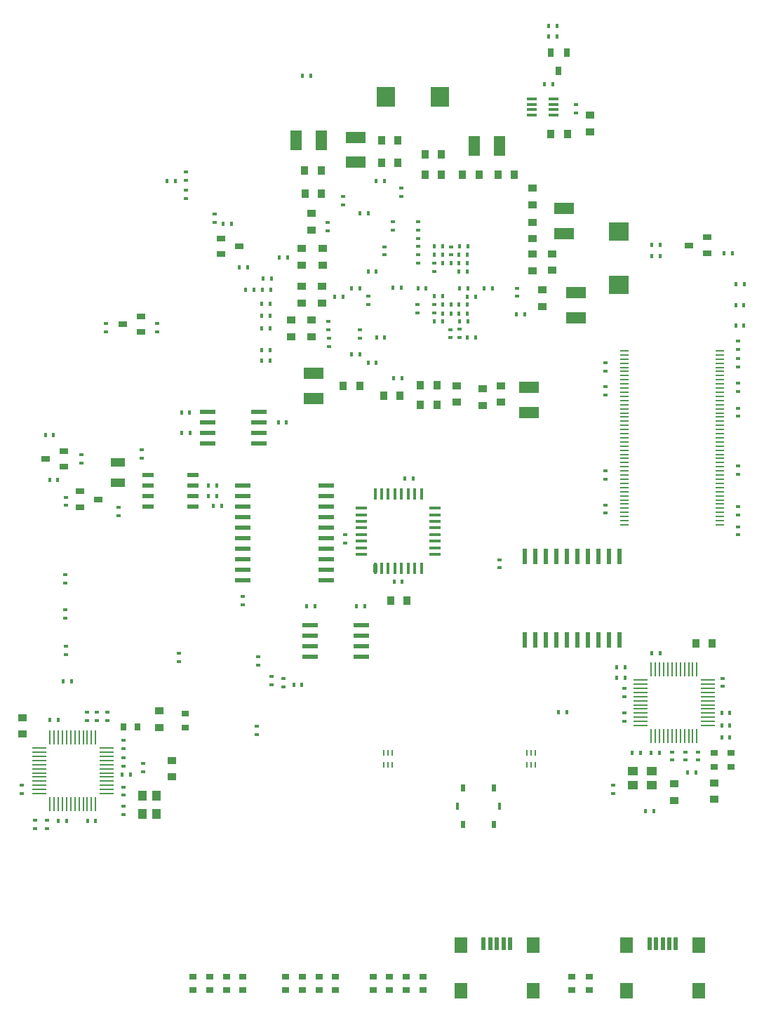
<source format=gtp>
G04 Layer_Color=8421504*
%FSLAX44Y44*%
%MOMM*%
G71*
G01*
G75*
%ADD97R,0.8400X0.6400*%
%ADD98R,1.0400X0.6400*%
%ADD99R,0.6400X1.0400*%
%ADD100R,0.5604X1.9320*%
%ADD101R,1.9320X0.5604*%
%ADD102R,0.3700X0.5200*%
%ADD103R,0.5200X0.3700*%
%ADD104R,0.9000X1.1000*%
%ADD105R,1.1000X0.9000*%
%ADD106R,2.4000X1.4000*%
%ADD107R,1.4000X2.4000*%
%ADD108R,2.1600X2.3600*%
%ADD109R,2.3600X2.1600*%
%ADD110R,1.2970X1.0938*%
%ADD111R,1.0938X1.2970*%
%ADD112R,1.4500X0.5000*%
%ADD113O,1.1000X0.2000*%
%ADD114R,0.2000X0.7500*%
%ADD115R,1.5000X1.9000*%
%ADD116R,0.5000X1.5000*%
%ADD117R,0.8400X0.7400*%
%ADD118R,0.7400X0.8400*%
%ADD119R,0.2200X1.7200*%
%ADD120R,1.7200X0.2200*%
%ADD121R,1.8050X1.0176*%
%ADD122O,0.4300X1.4300*%
%ADD123R,0.4300X1.4300*%
%ADD124R,1.4300X0.4300*%
%ADD125R,1.1446X0.3064*%
%ADD126R,0.3500X0.9160*%
%ADD127R,0.5096X0.9160*%
D97*
X560500Y-152000D02*
D03*
Y-168000D02*
D03*
X540500D02*
D03*
Y-152000D02*
D03*
X520500Y-168000D02*
D03*
Y-152000D02*
D03*
X500500D02*
D03*
Y-168000D02*
D03*
X283500Y-152000D02*
D03*
Y-168000D02*
D03*
X303500D02*
D03*
Y-152000D02*
D03*
X343500D02*
D03*
Y-168000D02*
D03*
X323500D02*
D03*
Y-152000D02*
D03*
X395142Y-152000D02*
D03*
Y-168000D02*
D03*
X415142D02*
D03*
Y-152000D02*
D03*
X435142Y-168000D02*
D03*
Y-152000D02*
D03*
X455142D02*
D03*
Y-168000D02*
D03*
X761322Y-168000D02*
D03*
Y-152000D02*
D03*
X740000D02*
D03*
Y-168000D02*
D03*
D98*
X146398Y433606D02*
D03*
Y414606D02*
D03*
X168398Y424106D02*
D03*
X882064Y730504D02*
D03*
X904064Y740004D02*
D03*
Y721004D02*
D03*
X317168Y738734D02*
D03*
Y719734D02*
D03*
X339168Y729234D02*
D03*
X105078Y472694D02*
D03*
X127078Y482194D02*
D03*
Y463194D02*
D03*
X220804Y626008D02*
D03*
Y645008D02*
D03*
X198804Y635508D02*
D03*
D99*
X724520Y941388D02*
D03*
X715020Y963388D02*
D03*
X734020D02*
D03*
D100*
X798068Y354932D02*
D03*
X785368D02*
D03*
X798068Y254348D02*
D03*
X785368D02*
D03*
X683768Y354932D02*
D03*
X696468D02*
D03*
X709168D02*
D03*
X721868D02*
D03*
X734568D02*
D03*
X747268D02*
D03*
X759968D02*
D03*
X772668D02*
D03*
Y254348D02*
D03*
X759968D02*
D03*
X747268D02*
D03*
X734568D02*
D03*
X721868D02*
D03*
X709168D02*
D03*
X696468D02*
D03*
X683768D02*
D03*
D101*
X443852Y326374D02*
D03*
Y339074D02*
D03*
Y351774D02*
D03*
Y364474D02*
D03*
Y377174D02*
D03*
Y389874D02*
D03*
Y402574D02*
D03*
Y415274D02*
D03*
X343268D02*
D03*
Y402574D02*
D03*
Y389874D02*
D03*
Y377174D02*
D03*
Y364474D02*
D03*
Y351774D02*
D03*
Y339074D02*
D03*
Y326374D02*
D03*
X443852Y427974D02*
D03*
Y440674D02*
D03*
X343268Y427974D02*
D03*
Y440674D02*
D03*
X486102Y233782D02*
D03*
X424634D02*
D03*
X486102Y246482D02*
D03*
Y259182D02*
D03*
X424634Y246482D02*
D03*
Y259182D02*
D03*
X486102Y271882D02*
D03*
X424634D02*
D03*
X300818Y529330D02*
D03*
X362286D02*
D03*
X300818Y516630D02*
D03*
Y503930D02*
D03*
X362286Y516630D02*
D03*
Y503930D02*
D03*
X300818Y491230D02*
D03*
X362286D02*
D03*
D102*
X724000Y167000D02*
D03*
X734000D02*
D03*
X464486Y668782D02*
D03*
X454486D02*
D03*
X504524Y618998D02*
D03*
X514524D02*
D03*
X644318Y678942D02*
D03*
X634318D02*
D03*
X514270Y807974D02*
D03*
X504270D02*
D03*
X474552Y678942D02*
D03*
X484552D02*
D03*
X494458Y769112D02*
D03*
X484458D02*
D03*
X494364Y589026D02*
D03*
X504364D02*
D03*
X534590Y679196D02*
D03*
X524590D02*
D03*
X683180Y647446D02*
D03*
X673180D02*
D03*
X525098Y569976D02*
D03*
X535098D02*
D03*
X504364Y698754D02*
D03*
X494364D02*
D03*
X614506Y619244D02*
D03*
X624506D02*
D03*
X484552Y598678D02*
D03*
X474552D02*
D03*
X614600Y728980D02*
D03*
X604600D02*
D03*
X604346Y719074D02*
D03*
X614346D02*
D03*
X574374Y638810D02*
D03*
X584374D02*
D03*
X604346Y648462D02*
D03*
X614346D02*
D03*
X584534Y708914D02*
D03*
X594534D02*
D03*
X584534Y648462D02*
D03*
X594534D02*
D03*
X594788Y658876D02*
D03*
X584788D02*
D03*
X614346D02*
D03*
X604346D02*
D03*
X614506Y668782D02*
D03*
X624506D02*
D03*
X614600Y678942D02*
D03*
X604600D02*
D03*
X584628Y669036D02*
D03*
X574628D02*
D03*
X574374Y719074D02*
D03*
X584374D02*
D03*
X614600Y638556D02*
D03*
X604600D02*
D03*
X604346Y709168D02*
D03*
X614346D02*
D03*
X574374Y728980D02*
D03*
X584374D02*
D03*
X614346Y698754D02*
D03*
X604346D02*
D03*
X415000Y935000D02*
D03*
X425000D02*
D03*
X490500Y294750D02*
D03*
X480500D02*
D03*
X554562Y678942D02*
D03*
X564562D02*
D03*
X535832Y324286D02*
D03*
X525832D02*
D03*
X549040Y449508D02*
D03*
X539040D02*
D03*
X835994Y118298D02*
D03*
X845994D02*
D03*
X804250Y221500D02*
D03*
X794250D02*
D03*
X823000Y118250D02*
D03*
X813000D02*
D03*
X804592Y208976D02*
D03*
X794592D02*
D03*
X110326Y157828D02*
D03*
X120326D02*
D03*
X155792Y35908D02*
D03*
X165792D02*
D03*
X130486Y35654D02*
D03*
X120486D02*
D03*
X396000Y516750D02*
D03*
X386000D02*
D03*
X136250Y204500D02*
D03*
X126250D02*
D03*
X707500Y925000D02*
D03*
X717500D02*
D03*
X375910Y604076D02*
D03*
X365910D02*
D03*
X375910Y591757D02*
D03*
X365910D02*
D03*
X931084Y136332D02*
D03*
X921084D02*
D03*
X931084Y166050D02*
D03*
X921084D02*
D03*
Y151318D02*
D03*
X931084D02*
D03*
X366500Y630500D02*
D03*
X376500D02*
D03*
Y645607D02*
D03*
X366500D02*
D03*
Y660000D02*
D03*
X376500D02*
D03*
X829000Y48000D02*
D03*
X839000D02*
D03*
X329750Y756250D02*
D03*
X319750D02*
D03*
X349170Y703580D02*
D03*
X339170D02*
D03*
X110000Y447000D02*
D03*
X120000D02*
D03*
X114982Y501650D02*
D03*
X104982D02*
D03*
X377750Y690250D02*
D03*
X367750D02*
D03*
X377250Y676500D02*
D03*
X367250D02*
D03*
X847090Y731266D02*
D03*
X837090D02*
D03*
X420250Y294750D02*
D03*
X430250D02*
D03*
X948102Y633476D02*
D03*
X938102D02*
D03*
Y658622D02*
D03*
X948102D02*
D03*
X948356Y684022D02*
D03*
X938356D02*
D03*
X924132Y721106D02*
D03*
X934132D02*
D03*
X357000Y676500D02*
D03*
X347000D02*
D03*
X837090Y717296D02*
D03*
X847090D02*
D03*
X387500Y715750D02*
D03*
X397500D02*
D03*
X836756Y238440D02*
D03*
X846756D02*
D03*
X880250Y94000D02*
D03*
X890250D02*
D03*
X197956Y91534D02*
D03*
X207956D02*
D03*
X301832Y440944D02*
D03*
X311832D02*
D03*
Y427990D02*
D03*
X301832D02*
D03*
X308086Y416290D02*
D03*
X318086D02*
D03*
X269250Y529000D02*
D03*
X279250D02*
D03*
X279402Y503930D02*
D03*
X269402D02*
D03*
X414702Y200406D02*
D03*
X404702D02*
D03*
X722500Y982500D02*
D03*
X712500D02*
D03*
X722500Y995000D02*
D03*
X712500D02*
D03*
X252048Y808308D02*
D03*
X262048D02*
D03*
D103*
X360000Y150000D02*
D03*
Y140000D02*
D03*
X309118Y758270D02*
D03*
Y768270D02*
D03*
X148336Y477694D02*
D03*
Y467694D02*
D03*
X240030Y625936D02*
D03*
Y635936D02*
D03*
X445955Y757719D02*
D03*
Y747719D02*
D03*
X674624Y678862D02*
D03*
Y668862D02*
D03*
X514604Y728900D02*
D03*
Y718900D02*
D03*
X604520Y619078D02*
D03*
Y629078D02*
D03*
X494538Y658956D02*
D03*
Y668956D02*
D03*
X464312Y789098D02*
D03*
Y779098D02*
D03*
X524510Y758872D02*
D03*
Y748872D02*
D03*
X446786Y638984D02*
D03*
Y628984D02*
D03*
X554736Y759126D02*
D03*
Y749126D02*
D03*
X534670Y789258D02*
D03*
Y799258D02*
D03*
X484378Y628824D02*
D03*
Y618824D02*
D03*
X594360Y718900D02*
D03*
Y728900D02*
D03*
X554228Y658796D02*
D03*
Y648796D02*
D03*
X574548Y648796D02*
D03*
Y658796D02*
D03*
X554736Y729060D02*
D03*
Y739060D02*
D03*
Y708994D02*
D03*
Y718994D02*
D03*
X574548Y699088D02*
D03*
Y709088D02*
D03*
X343522Y296482D02*
D03*
Y306482D02*
D03*
X653250Y351250D02*
D03*
Y341250D02*
D03*
X803910Y186196D02*
D03*
Y196196D02*
D03*
X922020Y208134D02*
D03*
Y198134D02*
D03*
X892302Y109234D02*
D03*
Y119234D02*
D03*
X803910Y165970D02*
D03*
Y155970D02*
D03*
X877824Y109234D02*
D03*
Y119234D02*
D03*
X861314D02*
D03*
Y109234D02*
D03*
X198892Y123364D02*
D03*
Y133364D02*
D03*
Y102282D02*
D03*
Y112282D02*
D03*
X223250Y105250D02*
D03*
Y95250D02*
D03*
X198892Y76976D02*
D03*
Y66976D02*
D03*
X92974Y26844D02*
D03*
Y36844D02*
D03*
X198892Y43608D02*
D03*
Y53608D02*
D03*
X107198Y26844D02*
D03*
Y36844D02*
D03*
X193000Y414000D02*
D03*
Y404000D02*
D03*
X221000Y483750D02*
D03*
Y473750D02*
D03*
X940562Y524082D02*
D03*
Y534082D02*
D03*
X781050Y448644D02*
D03*
Y458644D02*
D03*
X940562Y583772D02*
D03*
Y593772D02*
D03*
Y404956D02*
D03*
Y414956D02*
D03*
Y614934D02*
D03*
Y604934D02*
D03*
X781050Y550244D02*
D03*
Y560244D02*
D03*
X940562Y454232D02*
D03*
Y464232D02*
D03*
X781050Y578946D02*
D03*
Y588946D02*
D03*
X940562Y554054D02*
D03*
Y564054D02*
D03*
X781050Y417274D02*
D03*
Y407274D02*
D03*
X940562Y381080D02*
D03*
Y391080D02*
D03*
X392000Y208000D02*
D03*
Y198000D02*
D03*
X378000Y210000D02*
D03*
Y200000D02*
D03*
X266000Y238000D02*
D03*
Y228000D02*
D03*
X745000Y890000D02*
D03*
Y900000D02*
D03*
X594000Y619000D02*
D03*
Y629000D02*
D03*
X180096Y157400D02*
D03*
Y167400D02*
D03*
X154950D02*
D03*
Y157400D02*
D03*
X167523D02*
D03*
Y167400D02*
D03*
X129712Y416566D02*
D03*
Y426566D02*
D03*
X177800Y635936D02*
D03*
Y625936D02*
D03*
X447000Y608500D02*
D03*
Y618500D02*
D03*
X130000Y237000D02*
D03*
Y247000D02*
D03*
X128750Y290500D02*
D03*
Y280500D02*
D03*
X129000Y323250D02*
D03*
Y333250D02*
D03*
X790000Y78750D02*
D03*
Y68750D02*
D03*
X362204Y233854D02*
D03*
Y223854D02*
D03*
X467000Y381250D02*
D03*
Y371250D02*
D03*
X76210Y68754D02*
D03*
Y78754D02*
D03*
X275000Y787000D02*
D03*
Y797000D02*
D03*
Y819000D02*
D03*
Y809000D02*
D03*
D104*
X464472Y560832D02*
D03*
X484472D02*
D03*
X671162Y815594D02*
D03*
X651162D02*
D03*
X532986Y549148D02*
D03*
X512986D02*
D03*
X418244Y792734D02*
D03*
X438244D02*
D03*
X437736Y820674D02*
D03*
X417736D02*
D03*
X577690Y561848D02*
D03*
X557690D02*
D03*
X583024Y815594D02*
D03*
X563024D02*
D03*
X557436Y537972D02*
D03*
X577436D02*
D03*
X563024Y840232D02*
D03*
X583024D02*
D03*
X628490Y815594D02*
D03*
X608490D02*
D03*
X510700Y857250D02*
D03*
X530700D02*
D03*
X510700Y830072D02*
D03*
X530700D02*
D03*
X541526Y301478D02*
D03*
X521526D02*
D03*
X910000Y250000D02*
D03*
X890000D02*
D03*
X715000Y865000D02*
D03*
X735000D02*
D03*
D105*
X692658Y738284D02*
D03*
Y758284D02*
D03*
X426212Y749206D02*
D03*
Y769206D02*
D03*
X654558Y561180D02*
D03*
Y541180D02*
D03*
X692658Y799432D02*
D03*
Y779432D02*
D03*
X425958Y620428D02*
D03*
Y640428D02*
D03*
X401574D02*
D03*
Y620428D02*
D03*
X632460Y537430D02*
D03*
Y557430D02*
D03*
X414020Y726788D02*
D03*
Y706788D02*
D03*
X704850Y676496D02*
D03*
Y656496D02*
D03*
X692658Y699676D02*
D03*
Y719676D02*
D03*
X414274Y661068D02*
D03*
Y681068D02*
D03*
X439166D02*
D03*
Y661068D02*
D03*
X716788Y720184D02*
D03*
Y700184D02*
D03*
X601218Y561180D02*
D03*
Y541180D02*
D03*
X439928Y706788D02*
D03*
Y726788D02*
D03*
X911860Y62070D02*
D03*
Y82070D02*
D03*
X864190Y80668D02*
D03*
Y60668D02*
D03*
X77734Y140716D02*
D03*
Y160716D02*
D03*
X242072Y168844D02*
D03*
Y148844D02*
D03*
X258074Y108900D02*
D03*
Y88900D02*
D03*
X762500Y887500D02*
D03*
Y867500D02*
D03*
D106*
X730758Y744714D02*
D03*
Y774714D02*
D03*
X688340Y558830D02*
D03*
Y528830D02*
D03*
X745236Y643114D02*
D03*
Y673114D02*
D03*
X428498Y575914D02*
D03*
Y545914D02*
D03*
X479298Y860566D02*
D03*
Y830566D02*
D03*
D107*
X407910Y856996D02*
D03*
X437910D02*
D03*
X652794Y850646D02*
D03*
X622794D02*
D03*
D108*
X516254Y909970D02*
D03*
X581254D02*
D03*
D109*
X797052Y682510D02*
D03*
Y747510D02*
D03*
D110*
X836426Y79364D02*
D03*
X814328D02*
D03*
Y96382D02*
D03*
X836426D02*
D03*
D111*
X222368Y66176D02*
D03*
Y44078D02*
D03*
X239386D02*
D03*
Y66176D02*
D03*
D112*
X282924Y453550D02*
D03*
Y440850D02*
D03*
Y428150D02*
D03*
Y415450D02*
D03*
X228822D02*
D03*
Y428150D02*
D03*
Y440850D02*
D03*
Y453550D02*
D03*
D113*
X804204Y603264D02*
D03*
Y598264D02*
D03*
Y593264D02*
D03*
Y588264D02*
D03*
Y583264D02*
D03*
Y578264D02*
D03*
Y573264D02*
D03*
Y568264D02*
D03*
Y563264D02*
D03*
Y558264D02*
D03*
Y553264D02*
D03*
Y548264D02*
D03*
Y543264D02*
D03*
Y538264D02*
D03*
Y533264D02*
D03*
Y528264D02*
D03*
Y523264D02*
D03*
Y518264D02*
D03*
Y513264D02*
D03*
Y508264D02*
D03*
Y503264D02*
D03*
Y498264D02*
D03*
Y493264D02*
D03*
Y488264D02*
D03*
Y483264D02*
D03*
Y478264D02*
D03*
Y473264D02*
D03*
Y468264D02*
D03*
Y463264D02*
D03*
Y458264D02*
D03*
Y453264D02*
D03*
Y448264D02*
D03*
Y443264D02*
D03*
Y438264D02*
D03*
Y433264D02*
D03*
Y428264D02*
D03*
Y423264D02*
D03*
Y418264D02*
D03*
Y413264D02*
D03*
Y408264D02*
D03*
Y403264D02*
D03*
Y398264D02*
D03*
Y393264D02*
D03*
X919204Y603264D02*
D03*
Y598264D02*
D03*
Y593264D02*
D03*
Y588264D02*
D03*
Y583264D02*
D03*
Y578264D02*
D03*
Y573264D02*
D03*
Y568264D02*
D03*
Y563264D02*
D03*
Y558264D02*
D03*
Y553264D02*
D03*
Y548264D02*
D03*
Y543264D02*
D03*
Y538264D02*
D03*
Y533264D02*
D03*
Y528264D02*
D03*
Y523264D02*
D03*
Y518264D02*
D03*
Y513264D02*
D03*
Y508264D02*
D03*
Y503264D02*
D03*
Y498264D02*
D03*
Y493264D02*
D03*
Y488264D02*
D03*
Y483264D02*
D03*
Y478264D02*
D03*
Y473264D02*
D03*
Y468264D02*
D03*
Y463264D02*
D03*
Y458264D02*
D03*
Y453264D02*
D03*
Y448264D02*
D03*
Y443264D02*
D03*
Y438264D02*
D03*
Y433264D02*
D03*
Y428264D02*
D03*
Y423264D02*
D03*
Y418264D02*
D03*
Y413264D02*
D03*
Y408264D02*
D03*
Y403264D02*
D03*
Y398264D02*
D03*
Y393264D02*
D03*
D114*
X696134Y103494D02*
D03*
X691134D02*
D03*
X686134D02*
D03*
Y117994D02*
D03*
X691134D02*
D03*
X696134D02*
D03*
X523160D02*
D03*
X518160D02*
D03*
X513160D02*
D03*
Y103494D02*
D03*
X518160D02*
D03*
X523160D02*
D03*
D115*
X806600Y-113948D02*
D03*
Y-169000D02*
D03*
X893600Y-113948D02*
D03*
Y-169000D02*
D03*
X693600D02*
D03*
Y-113948D02*
D03*
X606600Y-169000D02*
D03*
Y-113948D02*
D03*
D116*
X834000Y-112000D02*
D03*
X842000D02*
D03*
X850000D02*
D03*
X858000D02*
D03*
X866002D02*
D03*
X666002D02*
D03*
X658000D02*
D03*
X650000D02*
D03*
X642000D02*
D03*
X634000D02*
D03*
D117*
X911860Y101162D02*
D03*
Y118162D02*
D03*
X932180D02*
D03*
Y101162D02*
D03*
X273512Y165726D02*
D03*
Y148726D02*
D03*
D118*
X216028Y149192D02*
D03*
X199028D02*
D03*
D119*
X836354Y137996D02*
D03*
X841354D02*
D03*
X846354D02*
D03*
X851354D02*
D03*
X856354D02*
D03*
X861354D02*
D03*
X866354D02*
D03*
X871354D02*
D03*
X876354D02*
D03*
X881354D02*
D03*
X886354D02*
D03*
X891354D02*
D03*
Y218996D02*
D03*
X886354D02*
D03*
X881354D02*
D03*
X876354D02*
D03*
X871354D02*
D03*
X866354D02*
D03*
X861354D02*
D03*
X856354D02*
D03*
X851354D02*
D03*
X846354D02*
D03*
X841354D02*
D03*
X836354D02*
D03*
X165686Y55860D02*
D03*
X160686D02*
D03*
X155686D02*
D03*
X150686D02*
D03*
X145686D02*
D03*
X140686D02*
D03*
X135686D02*
D03*
X130686D02*
D03*
X125686D02*
D03*
X120686D02*
D03*
X115686D02*
D03*
X110686D02*
D03*
Y136860D02*
D03*
X115686D02*
D03*
X120686D02*
D03*
X125686D02*
D03*
X130686D02*
D03*
X135686D02*
D03*
X140686D02*
D03*
X145686D02*
D03*
X150686D02*
D03*
X155686D02*
D03*
X160686D02*
D03*
X165686D02*
D03*
D120*
X904354Y150996D02*
D03*
Y155996D02*
D03*
Y160996D02*
D03*
Y165996D02*
D03*
Y170996D02*
D03*
Y175996D02*
D03*
Y180996D02*
D03*
Y185996D02*
D03*
Y190996D02*
D03*
Y195996D02*
D03*
Y200996D02*
D03*
Y205996D02*
D03*
X823354D02*
D03*
Y200996D02*
D03*
Y195996D02*
D03*
Y190996D02*
D03*
Y185996D02*
D03*
Y180996D02*
D03*
Y175996D02*
D03*
Y170996D02*
D03*
Y165996D02*
D03*
Y160996D02*
D03*
Y155996D02*
D03*
Y150996D02*
D03*
X97686Y68860D02*
D03*
Y73860D02*
D03*
Y78860D02*
D03*
Y83860D02*
D03*
Y88860D02*
D03*
Y93860D02*
D03*
Y98860D02*
D03*
Y103860D02*
D03*
Y108860D02*
D03*
Y113860D02*
D03*
Y118860D02*
D03*
Y123860D02*
D03*
X178686D02*
D03*
Y118860D02*
D03*
Y113860D02*
D03*
Y108860D02*
D03*
Y103860D02*
D03*
Y98860D02*
D03*
Y93860D02*
D03*
Y88860D02*
D03*
Y83860D02*
D03*
Y78860D02*
D03*
Y73860D02*
D03*
Y68860D02*
D03*
D121*
X192750Y468192D02*
D03*
Y444000D02*
D03*
D122*
X502832Y340750D02*
D03*
D123*
X510832D02*
D03*
X518832D02*
D03*
X526832D02*
D03*
X534832D02*
D03*
X542832D02*
D03*
X550832D02*
D03*
X558832D02*
D03*
Y430250D02*
D03*
X550832D02*
D03*
X542832D02*
D03*
X534832D02*
D03*
X526832D02*
D03*
X518832D02*
D03*
X510832D02*
D03*
X502832D02*
D03*
D124*
X575582Y357500D02*
D03*
Y365500D02*
D03*
Y373500D02*
D03*
Y381500D02*
D03*
Y389500D02*
D03*
Y397500D02*
D03*
Y405500D02*
D03*
Y413500D02*
D03*
X486082D02*
D03*
Y405500D02*
D03*
Y397500D02*
D03*
Y389500D02*
D03*
Y381500D02*
D03*
Y373500D02*
D03*
Y365500D02*
D03*
Y357500D02*
D03*
D125*
X692000Y907250D02*
D03*
Y900750D02*
D03*
Y894198D02*
D03*
Y887594D02*
D03*
X718208D02*
D03*
Y894198D02*
D03*
Y900750D02*
D03*
Y907250D02*
D03*
D126*
X653170Y53608D02*
D03*
X602650D02*
D03*
D127*
X609458Y75608D02*
D03*
Y31510D02*
D03*
X646500D02*
D03*
Y75608D02*
D03*
M02*

</source>
